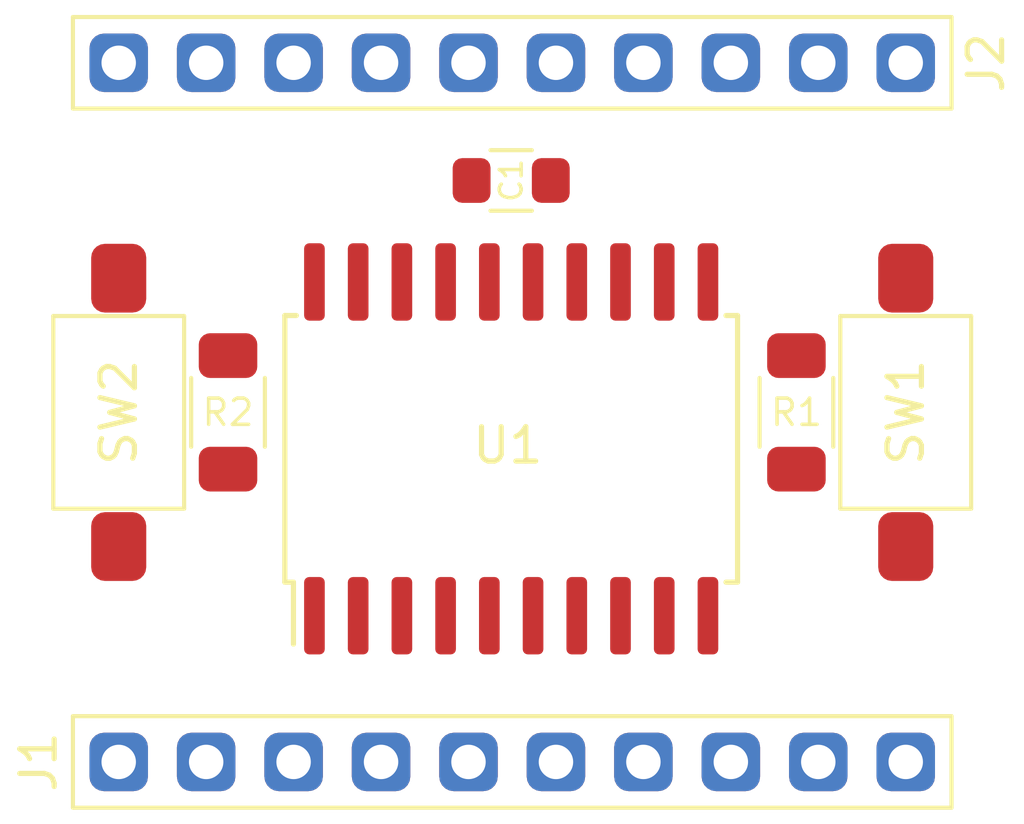
<source format=kicad_pcb>
(kicad_pcb (version 20171130) (host pcbnew "(5.0.1-3-g963ef8bb5)")

  (general
    (thickness 1.6)
    (drawings 0)
    (tracks 0)
    (zones 0)
    (modules 8)
    (nets 21)
  )

  (page USLetter)
  (layers
    (0 F.Cu mixed)
    (31 B.Cu mixed)
    (34 B.Paste user)
    (35 F.Paste user)
    (36 B.SilkS user)
    (37 F.SilkS user)
    (38 B.Mask user)
    (39 F.Mask user)
    (40 Dwgs.User user)
    (41 Cmts.User user)
    (44 Edge.Cuts user)
    (45 Margin user)
    (46 B.CrtYd user hide)
    (47 F.CrtYd user hide)
  )

  (setup
    (last_trace_width 0.2032)
    (user_trace_width 0.3048)
    (user_trace_width 0.508)
    (user_trace_width 0.8128)
    (trace_clearance 0.2032)
    (zone_clearance 0.508)
    (zone_45_only no)
    (trace_min 0.1778)
    (segment_width 0.2)
    (edge_width 0.15)
    (via_size 0.6096)
    (via_drill 0.3048)
    (via_min_size 0.6096)
    (via_min_drill 0.3048)
    (user_via 0.762 0.4064)
    (user_via 0.9144 0.508)
    (uvia_size 0.3)
    (uvia_drill 0.1)
    (uvias_allowed no)
    (uvia_min_size 0.2)
    (uvia_min_drill 0.1)
    (pcb_text_width 0.3)
    (pcb_text_size 1.5 1.5)
    (mod_edge_width 0.15)
    (mod_text_size 1 1)
    (mod_text_width 0.15)
    (pad_size 1.524 1.524)
    (pad_drill 0.762)
    (pad_to_mask_clearance 0.051)
    (solder_mask_min_width 0.25)
    (aux_axis_origin 0 0)
    (visible_elements FFFFFF7F)
    (pcbplotparams
      (layerselection 0x010fc_ffffffff)
      (usegerberextensions false)
      (usegerberattributes false)
      (usegerberadvancedattributes false)
      (creategerberjobfile false)
      (excludeedgelayer true)
      (linewidth 0.076200)
      (plotframeref false)
      (viasonmask false)
      (mode 1)
      (useauxorigin false)
      (hpglpennumber 1)
      (hpglpenspeed 20)
      (hpglpendiameter 15.000000)
      (psnegative false)
      (psa4output false)
      (plotreference true)
      (plotvalue true)
      (plotinvisibletext false)
      (padsonsilk false)
      (subtractmaskfromsilk false)
      (outputformat 1)
      (mirror false)
      (drillshape 1)
      (scaleselection 1)
      (outputdirectory ""))
  )

  (net 0 "")
  (net 1 GND)
  (net 2 VDD)
  (net 3 PIO_16)
  (net 4 PIO_10)
  (net 5 PIO_11)
  (net 6 PIO_2)
  (net 7 PIO_3)
  (net 8 PIO_4.TX)
  (net 9 PIO_5.NRST)
  (net 10 PIO_12.ISP)
  (net 11 PIO_13)
  (net 12 PIO_17)
  (net 13 PIO_15)
  (net 14 PIO_1)
  (net 15 PIO_9)
  (net 16 PIO_8)
  (net 17 PIO_7)
  (net 18 PIO_6)
  (net 19 PIO_0.RX)
  (net 20 PIO_14)

  (net_class Default "This is the default net class."
    (clearance 0.2032)
    (trace_width 0.2032)
    (via_dia 0.6096)
    (via_drill 0.3048)
    (uvia_dia 0.3)
    (uvia_drill 0.1)
    (diff_pair_gap 0.1524)
    (diff_pair_width 0.2032)
    (add_net GND)
    (add_net PIO_0.RX)
    (add_net PIO_1)
    (add_net PIO_10)
    (add_net PIO_11)
    (add_net PIO_12.ISP)
    (add_net PIO_13)
    (add_net PIO_14)
    (add_net PIO_15)
    (add_net PIO_16)
    (add_net PIO_17)
    (add_net PIO_2)
    (add_net PIO_3)
    (add_net PIO_4.TX)
    (add_net PIO_5.NRST)
    (add_net PIO_6)
    (add_net PIO_7)
    (add_net PIO_8)
    (add_net PIO_9)
    (add_net VDD)
  )

  (module local_footprints:0805_HS (layer F.Cu) (tedit 5C0C83D5) (tstamp 5C874F63)
    (at 138.4 97.4 180)
    (descr "Resistor SMD 0805, reflow soldering, Vishay (see dcrcw.pdf)")
    (tags "resistor 0805")
    (path /5C8618E5)
    (attr smd)
    (fp_text reference C1 (at 0 0 270) (layer F.SilkS)
      (effects (font (size 0.635 0.635) (thickness 0.1016)))
    )
    (fp_text value 0.1uF (at 0 1.75 180) (layer F.Fab) hide
      (effects (font (size 1 1) (thickness 0.15)))
    )
    (fp_line (start 1.55 0.9) (end -1.55 0.9) (layer F.CrtYd) (width 0.05))
    (fp_line (start 1.55 0.9) (end 1.55 -0.9) (layer F.CrtYd) (width 0.05))
    (fp_line (start -1.55 -0.9) (end -1.55 0.9) (layer F.CrtYd) (width 0.05))
    (fp_line (start -1.55 -0.9) (end 1.55 -0.9) (layer F.CrtYd) (width 0.05))
    (fp_line (start -0.6 -0.88) (end 0.6 -0.88) (layer F.SilkS) (width 0.12))
    (fp_line (start 0.6 0.88) (end -0.6 0.88) (layer F.SilkS) (width 0.12))
    (fp_line (start -1 -0.62) (end 1 -0.62) (layer F.Fab) (width 0.1))
    (fp_line (start 1 -0.62) (end 1 0.62) (layer F.Fab) (width 0.1))
    (fp_line (start 1 0.62) (end -1 0.62) (layer F.Fab) (width 0.1))
    (fp_line (start -1 0.62) (end -1 -0.62) (layer F.Fab) (width 0.1))
    (fp_text user %R (at 0 0 180) (layer F.Fab)
      (effects (font (size 0.5 0.5) (thickness 0.075)))
    )
    (pad 2 smd roundrect (at 1.15 0 180) (size 1.1 1.3) (layers F.Cu F.Paste F.Mask) (roundrect_rratio 0.25)
      (net 1 GND))
    (pad 1 smd roundrect (at -1.15 0 180) (size 1.1 1.3) (layers F.Cu F.Paste F.Mask) (roundrect_rratio 0.25)
      (net 2 VDD))
    (model ${KISYS3DMOD}/Resistors_SMD.3dshapes/R_0805.wrl
      (at (xyz 0 0 0))
      (scale (xyz 1 1 1))
      (rotate (xyz 0 0 0))
    )
  )

  (module local_footprints:Pin_Header_Straight_1x10_Pitch2.54mm (layer F.Cu) (tedit 5C8746B0) (tstamp 5C87544F)
    (at 127 114.3 90)
    (descr "Through hole straight pin header, 1x10, 2.54mm pitch, single row")
    (tags "Through hole pin header THT 1x10 2.54mm single row")
    (path /5C860437)
    (fp_text reference J1 (at 0 -2.33 90) (layer F.SilkS)
      (effects (font (size 1 1) (thickness 0.15)))
    )
    (fp_text value Conn_01x10 (at 0 25.19 90) (layer F.Fab)
      (effects (font (size 1 1) (thickness 0.15)))
    )
    (fp_text user %R (at 0 11.43 180) (layer F.Fab)
      (effects (font (size 1 1) (thickness 0.15)))
    )
    (fp_line (start 1.8 -1.8) (end -1.8 -1.8) (layer F.CrtYd) (width 0.05))
    (fp_line (start 1.8 24.65) (end 1.8 -1.8) (layer F.CrtYd) (width 0.05))
    (fp_line (start -1.8 24.65) (end 1.8 24.65) (layer F.CrtYd) (width 0.05))
    (fp_line (start -1.8 -1.8) (end -1.8 24.65) (layer F.CrtYd) (width 0.05))
    (fp_line (start -1.33 -1.33) (end 1.33 -1.33) (layer F.SilkS) (width 0.12))
    (fp_line (start 1.33 -1.33) (end 1.33 24.19) (layer F.SilkS) (width 0.12))
    (fp_line (start -1.33 -1.33) (end -1.33 24.19) (layer F.SilkS) (width 0.12))
    (fp_line (start -1.33 24.19) (end 1.33 24.19) (layer F.SilkS) (width 0.12))
    (fp_line (start -1.27 -0.635) (end -0.635 -1.27) (layer F.Fab) (width 0.1))
    (fp_line (start -1.27 24.13) (end -1.27 -0.635) (layer F.Fab) (width 0.1))
    (fp_line (start 1.27 24.13) (end -1.27 24.13) (layer F.Fab) (width 0.1))
    (fp_line (start 1.27 -1.27) (end 1.27 24.13) (layer F.Fab) (width 0.1))
    (fp_line (start -0.635 -1.27) (end 1.27 -1.27) (layer F.Fab) (width 0.1))
    (pad 10 thru_hole roundrect (at 0 22.86 90) (size 1.7 1.7) (drill 1) (layers *.Cu *.Mask) (roundrect_rratio 0.25)
      (net 3 PIO_16))
    (pad 9 thru_hole roundrect (at 0 20.32 90) (size 1.7 1.7) (drill 1) (layers *.Cu *.Mask) (roundrect_rratio 0.25)
      (net 4 PIO_10))
    (pad 8 thru_hole roundrect (at 0 17.78 90) (size 1.7 1.7) (drill 1) (layers *.Cu *.Mask) (roundrect_rratio 0.25)
      (net 5 PIO_11))
    (pad 7 thru_hole roundrect (at 0 15.24 90) (size 1.7 1.7) (drill 1) (layers *.Cu *.Mask) (roundrect_rratio 0.25)
      (net 6 PIO_2))
    (pad 6 thru_hole roundrect (at 0 12.7 90) (size 1.7 1.7) (drill 1) (layers *.Cu *.Mask) (roundrect_rratio 0.25)
      (net 7 PIO_3))
    (pad 5 thru_hole roundrect (at 0 10.16 90) (size 1.7 1.7) (drill 1) (layers *.Cu *.Mask) (roundrect_rratio 0.25)
      (net 8 PIO_4.TX))
    (pad 4 thru_hole roundrect (at 0 7.62 90) (size 1.7 1.7) (drill 1) (layers *.Cu *.Mask) (roundrect_rratio 0.25)
      (net 9 PIO_5.NRST))
    (pad 3 thru_hole roundrect (at 0 5.08 90) (size 1.7 1.7) (drill 1) (layers *.Cu *.Mask) (roundrect_rratio 0.25)
      (net 10 PIO_12.ISP))
    (pad 2 thru_hole roundrect (at 0 2.54 90) (size 1.7 1.7) (drill 1) (layers *.Cu *.Mask) (roundrect_rratio 0.25)
      (net 11 PIO_13))
    (pad 1 thru_hole roundrect (at 0 0 90) (size 1.7 1.7) (drill 1) (layers *.Cu *.Mask) (roundrect_rratio 0.25)
      (net 12 PIO_17))
    (model ${KISYS3DMOD}/Pin_Headers.3dshapes/Pin_Header_Straight_1x10_Pitch2.54mm.wrl
      (at (xyz 0 0 0))
      (scale (xyz 1 1 1))
      (rotate (xyz 0 0 0))
    )
  )

  (module local_footprints:Pin_Header_Straight_1x10_Pitch2.54mm (layer F.Cu) (tedit 5C8746B0) (tstamp 5C874F9B)
    (at 149.86 93.98 270)
    (descr "Through hole straight pin header, 1x10, 2.54mm pitch, single row")
    (tags "Through hole pin header THT 1x10 2.54mm single row")
    (path /5C860504)
    (fp_text reference J2 (at 0 -2.33 270) (layer F.SilkS)
      (effects (font (size 1 1) (thickness 0.15)))
    )
    (fp_text value Conn_01x10 (at 0 25.19 270) (layer F.Fab)
      (effects (font (size 1 1) (thickness 0.15)))
    )
    (fp_line (start -0.635 -1.27) (end 1.27 -1.27) (layer F.Fab) (width 0.1))
    (fp_line (start 1.27 -1.27) (end 1.27 24.13) (layer F.Fab) (width 0.1))
    (fp_line (start 1.27 24.13) (end -1.27 24.13) (layer F.Fab) (width 0.1))
    (fp_line (start -1.27 24.13) (end -1.27 -0.635) (layer F.Fab) (width 0.1))
    (fp_line (start -1.27 -0.635) (end -0.635 -1.27) (layer F.Fab) (width 0.1))
    (fp_line (start -1.33 24.19) (end 1.33 24.19) (layer F.SilkS) (width 0.12))
    (fp_line (start -1.33 -1.33) (end -1.33 24.19) (layer F.SilkS) (width 0.12))
    (fp_line (start 1.33 -1.33) (end 1.33 24.19) (layer F.SilkS) (width 0.12))
    (fp_line (start -1.33 -1.33) (end 1.33 -1.33) (layer F.SilkS) (width 0.12))
    (fp_line (start -1.8 -1.8) (end -1.8 24.65) (layer F.CrtYd) (width 0.05))
    (fp_line (start -1.8 24.65) (end 1.8 24.65) (layer F.CrtYd) (width 0.05))
    (fp_line (start 1.8 24.65) (end 1.8 -1.8) (layer F.CrtYd) (width 0.05))
    (fp_line (start 1.8 -1.8) (end -1.8 -1.8) (layer F.CrtYd) (width 0.05))
    (fp_text user %R (at 0 11.43) (layer F.Fab)
      (effects (font (size 1 1) (thickness 0.15)))
    )
    (pad 1 thru_hole roundrect (at 0 0 270) (size 1.7 1.7) (drill 1) (layers *.Cu *.Mask) (roundrect_rratio 0.25)
      (net 13 PIO_15))
    (pad 2 thru_hole roundrect (at 0 2.54 270) (size 1.7 1.7) (drill 1) (layers *.Cu *.Mask) (roundrect_rratio 0.25)
      (net 14 PIO_1))
    (pad 3 thru_hole roundrect (at 0 5.08 270) (size 1.7 1.7) (drill 1) (layers *.Cu *.Mask) (roundrect_rratio 0.25)
      (net 15 PIO_9))
    (pad 4 thru_hole roundrect (at 0 7.62 270) (size 1.7 1.7) (drill 1) (layers *.Cu *.Mask) (roundrect_rratio 0.25)
      (net 16 PIO_8))
    (pad 5 thru_hole roundrect (at 0 10.16 270) (size 1.7 1.7) (drill 1) (layers *.Cu *.Mask) (roundrect_rratio 0.25)
      (net 2 VDD))
    (pad 6 thru_hole roundrect (at 0 12.7 270) (size 1.7 1.7) (drill 1) (layers *.Cu *.Mask) (roundrect_rratio 0.25)
      (net 1 GND))
    (pad 7 thru_hole roundrect (at 0 15.24 270) (size 1.7 1.7) (drill 1) (layers *.Cu *.Mask) (roundrect_rratio 0.25)
      (net 17 PIO_7))
    (pad 8 thru_hole roundrect (at 0 17.78 270) (size 1.7 1.7) (drill 1) (layers *.Cu *.Mask) (roundrect_rratio 0.25)
      (net 18 PIO_6))
    (pad 9 thru_hole roundrect (at 0 20.32 270) (size 1.7 1.7) (drill 1) (layers *.Cu *.Mask) (roundrect_rratio 0.25)
      (net 19 PIO_0.RX))
    (pad 10 thru_hole roundrect (at 0 22.86 270) (size 1.7 1.7) (drill 1) (layers *.Cu *.Mask) (roundrect_rratio 0.25)
      (net 20 PIO_14))
    (model ${KISYS3DMOD}/Pin_Headers.3dshapes/Pin_Header_Straight_1x10_Pitch2.54mm.wrl
      (at (xyz 0 0 0))
      (scale (xyz 1 1 1))
      (rotate (xyz 0 0 0))
    )
  )

  (module local_footprints:1206_HS (layer F.Cu) (tedit 5C0C843B) (tstamp 5C875FC2)
    (at 146.685 104.14 270)
    (descr "Resistor SMD 1206, reflow soldering, Vishay (see dcrcw.pdf)")
    (tags "resistor 1206")
    (path /5C863F82)
    (attr smd)
    (fp_text reference R1 (at 0 0) (layer F.SilkS)
      (effects (font (size 0.762 0.762) (thickness 0.1016)))
    )
    (fp_text value R (at 0 1.95 270) (layer F.Fab) hide
      (effects (font (size 1 1) (thickness 0.15)))
    )
    (fp_text user %R (at 0 0 270) (layer F.Fab)
      (effects (font (size 0.7 0.7) (thickness 0.105)))
    )
    (fp_line (start -1.6 0.8) (end -1.6 -0.8) (layer F.Fab) (width 0.1))
    (fp_line (start 1.6 0.8) (end -1.6 0.8) (layer F.Fab) (width 0.1))
    (fp_line (start 1.6 -0.8) (end 1.6 0.8) (layer F.Fab) (width 0.1))
    (fp_line (start -1.6 -0.8) (end 1.6 -0.8) (layer F.Fab) (width 0.1))
    (fp_line (start 1 1.07) (end -1 1.07) (layer F.SilkS) (width 0.12))
    (fp_line (start -1 -1.07) (end 1 -1.07) (layer F.SilkS) (width 0.12))
    (fp_line (start -2.15 -1.11) (end 2.15 -1.11) (layer F.CrtYd) (width 0.05))
    (fp_line (start -2.15 -1.11) (end -2.15 1.1) (layer F.CrtYd) (width 0.05))
    (fp_line (start 2.15 1.1) (end 2.15 -1.11) (layer F.CrtYd) (width 0.05))
    (fp_line (start 2.15 1.1) (end -2.15 1.1) (layer F.CrtYd) (width 0.05))
    (pad 1 smd roundrect (at -1.65 0 270) (size 1.3 1.7) (layers F.Cu F.Paste F.Mask) (roundrect_rratio 0.25)
      (net 2 VDD))
    (pad 2 smd roundrect (at 1.65 0 270) (size 1.3 1.7) (layers F.Cu F.Paste F.Mask) (roundrect_rratio 0.25)
      (net 9 PIO_5.NRST))
    (model ${KISYS3DMOD}/Resistors_SMD.3dshapes/R_1206.wrl
      (at (xyz 0 0 0))
      (scale (xyz 1 1 1))
      (rotate (xyz 0 0 0))
    )
  )

  (module local_footprints:1206_HS (layer F.Cu) (tedit 5C0C843B) (tstamp 5C874FBD)
    (at 130.175 104.14 90)
    (descr "Resistor SMD 1206, reflow soldering, Vishay (see dcrcw.pdf)")
    (tags "resistor 1206")
    (path /5C862B73)
    (attr smd)
    (fp_text reference R2 (at 0 0 180) (layer F.SilkS)
      (effects (font (size 0.762 0.762) (thickness 0.1016)))
    )
    (fp_text value R (at 0 1.95 90) (layer F.Fab) hide
      (effects (font (size 1 1) (thickness 0.15)))
    )
    (fp_line (start 2.15 1.1) (end -2.15 1.1) (layer F.CrtYd) (width 0.05))
    (fp_line (start 2.15 1.1) (end 2.15 -1.11) (layer F.CrtYd) (width 0.05))
    (fp_line (start -2.15 -1.11) (end -2.15 1.1) (layer F.CrtYd) (width 0.05))
    (fp_line (start -2.15 -1.11) (end 2.15 -1.11) (layer F.CrtYd) (width 0.05))
    (fp_line (start -1 -1.07) (end 1 -1.07) (layer F.SilkS) (width 0.12))
    (fp_line (start 1 1.07) (end -1 1.07) (layer F.SilkS) (width 0.12))
    (fp_line (start -1.6 -0.8) (end 1.6 -0.8) (layer F.Fab) (width 0.1))
    (fp_line (start 1.6 -0.8) (end 1.6 0.8) (layer F.Fab) (width 0.1))
    (fp_line (start 1.6 0.8) (end -1.6 0.8) (layer F.Fab) (width 0.1))
    (fp_line (start -1.6 0.8) (end -1.6 -0.8) (layer F.Fab) (width 0.1))
    (fp_text user %R (at 0 0 90) (layer F.Fab)
      (effects (font (size 0.7 0.7) (thickness 0.105)))
    )
    (pad 2 smd roundrect (at 1.65 0 90) (size 1.3 1.7) (layers F.Cu F.Paste F.Mask) (roundrect_rratio 0.25)
      (net 10 PIO_12.ISP))
    (pad 1 smd roundrect (at -1.65 0 90) (size 1.3 1.7) (layers F.Cu F.Paste F.Mask) (roundrect_rratio 0.25)
      (net 2 VDD))
    (model ${KISYS3DMOD}/Resistors_SMD.3dshapes/R_1206.wrl
      (at (xyz 0 0 0))
      (scale (xyz 1 1 1))
      (rotate (xyz 0 0 0))
    )
  )

  (module local_footprints:SW_SPST_PUSH_6mm_3mm (layer F.Cu) (tedit 5C735BCC) (tstamp 5C875B45)
    (at 149.86 104.14 270)
    (descr http://www.te.com/commerce/DocumentDelivery/DDEController?Action=srchrtrv&DocNm=1437566-3&DocType=Customer+Drawing&DocLang=English)
    (tags "SPST button tactile switch")
    (path /5C86317A)
    (attr smd)
    (fp_text reference SW1 (at 0 0 270) (layer F.SilkS)
      (effects (font (size 1 1) (thickness 0.15)))
    )
    (fp_text value RESET (at 0 3 270) (layer F.Fab)
      (effects (font (size 1 1) (thickness 0.15)))
    )
    (fp_text user %R (at 0 -2.6 270) (layer F.Fab)
      (effects (font (size 1 1) (thickness 0.15)))
    )
    (fp_line (start -1.75 -1) (end 1.75 -1) (layer F.Fab) (width 0.1))
    (fp_line (start 1.75 -1) (end 1.75 1) (layer F.Fab) (width 0.1))
    (fp_line (start 1.75 1) (end -1.75 1) (layer F.Fab) (width 0.1))
    (fp_line (start -1.75 1) (end -1.75 -1) (layer F.Fab) (width 0.1))
    (fp_line (start -2.8 -1.9) (end 2.8 -1.9) (layer F.SilkS) (width 0.12))
    (fp_line (start 2.8 -1.9) (end 2.8 1.9) (layer F.SilkS) (width 0.12))
    (fp_line (start 2.8 1.9) (end -2.8 1.9) (layer F.SilkS) (width 0.12))
    (fp_line (start -2.8 1.9) (end -2.8 -1.9) (layer F.SilkS) (width 0.12))
    (fp_line (start -1.5 0.8) (end 1.5 0.8) (layer F.Fab) (width 0.1))
    (fp_line (start -1.5 -0.8) (end 1.5 -0.8) (layer F.Fab) (width 0.1))
    (fp_line (start 1.5 -0.8) (end 1.5 0.8) (layer F.Fab) (width 0.1))
    (fp_line (start -1.5 -0.8) (end -1.5 0.8) (layer F.Fab) (width 0.1))
    (fp_line (start -5 2) (end 5 2) (layer F.CrtYd) (width 0.05))
    (fp_line (start 5 -2) (end 5 2) (layer F.CrtYd) (width 0.05))
    (fp_line (start -3 1.9) (end 3 1.9) (layer F.Fab) (width 0.1))
    (fp_line (start -3 -1.9) (end 3 -1.9) (layer F.Fab) (width 0.1))
    (fp_line (start -3 -1.9) (end -3 1.9) (layer F.Fab) (width 0.1))
    (fp_line (start 3 -1.9) (end 3 1.9) (layer F.Fab) (width 0.1))
    (fp_line (start -5 -2) (end -5 2) (layer F.CrtYd) (width 0.05))
    (fp_line (start -5 -2) (end 5 -2) (layer F.CrtYd) (width 0.05))
    (pad 1 smd roundrect (at -3.9 0 270) (size 2 1.6) (layers F.Cu F.Paste F.Mask) (roundrect_rratio 0.25)
      (net 1 GND))
    (pad 2 smd roundrect (at 3.9 0 270) (size 2 1.6) (layers F.Cu F.Paste F.Mask) (roundrect_rratio 0.25)
      (net 9 PIO_5.NRST))
    (model ${KISYS3DMOD}/Buttons_Switches_SMD.3dshapes/SW_SPST_FSMSM.wrl
      (at (xyz 0 0 0))
      (scale (xyz 1 1 1))
      (rotate (xyz 0 0 0))
    )
  )

  (module local_footprints:SW_SPST_PUSH_6mm_3mm (layer F.Cu) (tedit 5C735BCC) (tstamp 5C875DA5)
    (at 127 104.14 90)
    (descr http://www.te.com/commerce/DocumentDelivery/DDEController?Action=srchrtrv&DocNm=1437566-3&DocType=Customer+Drawing&DocLang=English)
    (tags "SPST button tactile switch")
    (path /5C862E16)
    (attr smd)
    (fp_text reference SW2 (at 0 0 90) (layer F.SilkS)
      (effects (font (size 1 1) (thickness 0.15)))
    )
    (fp_text value ISP (at 0 3 90) (layer F.Fab)
      (effects (font (size 1 1) (thickness 0.15)))
    )
    (fp_line (start -5 -2) (end 5 -2) (layer F.CrtYd) (width 0.05))
    (fp_line (start -5 -2) (end -5 2) (layer F.CrtYd) (width 0.05))
    (fp_line (start 3 -1.9) (end 3 1.9) (layer F.Fab) (width 0.1))
    (fp_line (start -3 -1.9) (end -3 1.9) (layer F.Fab) (width 0.1))
    (fp_line (start -3 -1.9) (end 3 -1.9) (layer F.Fab) (width 0.1))
    (fp_line (start -3 1.9) (end 3 1.9) (layer F.Fab) (width 0.1))
    (fp_line (start 5 -2) (end 5 2) (layer F.CrtYd) (width 0.05))
    (fp_line (start -5 2) (end 5 2) (layer F.CrtYd) (width 0.05))
    (fp_line (start -1.5 -0.8) (end -1.5 0.8) (layer F.Fab) (width 0.1))
    (fp_line (start 1.5 -0.8) (end 1.5 0.8) (layer F.Fab) (width 0.1))
    (fp_line (start -1.5 -0.8) (end 1.5 -0.8) (layer F.Fab) (width 0.1))
    (fp_line (start -1.5 0.8) (end 1.5 0.8) (layer F.Fab) (width 0.1))
    (fp_line (start -2.8 1.9) (end -2.8 -1.9) (layer F.SilkS) (width 0.12))
    (fp_line (start 2.8 1.9) (end -2.8 1.9) (layer F.SilkS) (width 0.12))
    (fp_line (start 2.8 -1.9) (end 2.8 1.9) (layer F.SilkS) (width 0.12))
    (fp_line (start -2.8 -1.9) (end 2.8 -1.9) (layer F.SilkS) (width 0.12))
    (fp_line (start -1.75 1) (end -1.75 -1) (layer F.Fab) (width 0.1))
    (fp_line (start 1.75 1) (end -1.75 1) (layer F.Fab) (width 0.1))
    (fp_line (start 1.75 -1) (end 1.75 1) (layer F.Fab) (width 0.1))
    (fp_line (start -1.75 -1) (end 1.75 -1) (layer F.Fab) (width 0.1))
    (fp_text user %R (at 0 -2.6 90) (layer F.Fab)
      (effects (font (size 1 1) (thickness 0.15)))
    )
    (pad 2 smd roundrect (at 3.9 0 90) (size 2 1.6) (layers F.Cu F.Paste F.Mask) (roundrect_rratio 0.25)
      (net 1 GND))
    (pad 1 smd roundrect (at -3.9 0 90) (size 2 1.6) (layers F.Cu F.Paste F.Mask) (roundrect_rratio 0.25)
      (net 10 PIO_12.ISP))
    (model ${KISYS3DMOD}/Buttons_Switches_SMD.3dshapes/SW_SPST_FSMSM.wrl
      (at (xyz 0 0 0))
      (scale (xyz 1 1 1))
      (rotate (xyz 0 0 0))
    )
  )

  (module local_footprints:SOIC-20W_7.5x12.8mm_Pitch1.27mm_HS (layer F.Cu) (tedit 5C85F656) (tstamp 5C875782)
    (at 138.4 105.2 90)
    (descr "20-Lead Plastic Small Outline (SO) - Wide, 7.50 mm Body [SOIC] (see Microchip Packaging Specification 00000049BS.pdf)")
    (tags "SOIC 1.27")
    (path /5C8601AF)
    (attr smd)
    (fp_text reference U1 (at 0.1 -0.1 180) (layer F.SilkS)
      (effects (font (size 1 1) (thickness 0.15)))
    )
    (fp_text value LPC812M101JD20 (at 0 7.5 90) (layer F.Fab)
      (effects (font (size 1 1) (thickness 0.15)))
    )
    (fp_line (start -3.875 -6.325) (end -5.675 -6.325) (layer F.SilkS) (width 0.15))
    (fp_line (start -3.875 6.575) (end 3.875 6.575) (layer F.SilkS) (width 0.15))
    (fp_line (start -3.875 -6.575) (end 3.875 -6.575) (layer F.SilkS) (width 0.15))
    (fp_line (start -3.875 6.575) (end -3.875 6.24) (layer F.SilkS) (width 0.15))
    (fp_line (start 3.875 6.575) (end 3.875 6.24) (layer F.SilkS) (width 0.15))
    (fp_line (start 3.875 -6.575) (end 3.875 -6.24) (layer F.SilkS) (width 0.15))
    (fp_line (start -3.875 -6.575) (end -3.875 -6.325) (layer F.SilkS) (width 0.15))
    (fp_line (start -5.95 6.75) (end 5.95 6.75) (layer F.CrtYd) (width 0.05))
    (fp_line (start -5.95 -6.75) (end 5.95 -6.75) (layer F.CrtYd) (width 0.05))
    (fp_line (start 5.95 -6.75) (end 5.95 6.75) (layer F.CrtYd) (width 0.05))
    (fp_line (start -5.95 -6.75) (end -5.95 6.75) (layer F.CrtYd) (width 0.05))
    (fp_line (start -3.75 -5.4) (end -2.75 -6.4) (layer F.Fab) (width 0.15))
    (fp_line (start -3.75 6.4) (end -3.75 -5.4) (layer F.Fab) (width 0.15))
    (fp_line (start 3.75 6.4) (end -3.75 6.4) (layer F.Fab) (width 0.15))
    (fp_line (start 3.75 -6.4) (end 3.75 6.4) (layer F.Fab) (width 0.15))
    (fp_line (start -2.75 -6.4) (end 3.75 -6.4) (layer F.Fab) (width 0.15))
    (fp_text user %R (at 0 0 90) (layer F.Fab)
      (effects (font (size 1 1) (thickness 0.15)))
    )
    (pad 20 smd roundrect (at 4.85 -5.715 90) (size 2.25 0.6) (layers F.Cu F.Paste F.Mask) (roundrect_rratio 0.25)
      (net 20 PIO_14))
    (pad 19 smd roundrect (at 4.85 -4.445 90) (size 2.25 0.6) (layers F.Cu F.Paste F.Mask) (roundrect_rratio 0.25)
      (net 19 PIO_0.RX))
    (pad 18 smd roundrect (at 4.85 -3.175 90) (size 2.25 0.6) (layers F.Cu F.Paste F.Mask) (roundrect_rratio 0.25)
      (net 18 PIO_6))
    (pad 17 smd roundrect (at 4.85 -1.905 90) (size 2.25 0.6) (layers F.Cu F.Paste F.Mask) (roundrect_rratio 0.25)
      (net 17 PIO_7))
    (pad 16 smd roundrect (at 4.85 -0.635 90) (size 2.25 0.6) (layers F.Cu F.Paste F.Mask) (roundrect_rratio 0.25)
      (net 1 GND))
    (pad 15 smd roundrect (at 4.85 0.635 90) (size 2.25 0.6) (layers F.Cu F.Paste F.Mask) (roundrect_rratio 0.25)
      (net 2 VDD))
    (pad 14 smd roundrect (at 4.85 1.905 90) (size 2.25 0.6) (layers F.Cu F.Paste F.Mask) (roundrect_rratio 0.25)
      (net 16 PIO_8))
    (pad 13 smd roundrect (at 4.85 3.175 90) (size 2.25 0.6) (layers F.Cu F.Paste F.Mask) (roundrect_rratio 0.25)
      (net 15 PIO_9))
    (pad 12 smd roundrect (at 4.85 4.445 90) (size 2.25 0.6) (layers F.Cu F.Paste F.Mask) (roundrect_rratio 0.25)
      (net 14 PIO_1))
    (pad 11 smd roundrect (at 4.85 5.715 90) (size 2.25 0.6) (layers F.Cu F.Paste F.Mask) (roundrect_rratio 0.25)
      (net 13 PIO_15))
    (pad 10 smd roundrect (at -4.85 5.715 90) (size 2.25 0.6) (layers F.Cu F.Paste F.Mask) (roundrect_rratio 0.25)
      (net 3 PIO_16))
    (pad 9 smd roundrect (at -4.85 4.445 90) (size 2.25 0.6) (layers F.Cu F.Paste F.Mask) (roundrect_rratio 0.25)
      (net 4 PIO_10))
    (pad 8 smd roundrect (at -4.85 3.175 90) (size 2.25 0.6) (layers F.Cu F.Paste F.Mask) (roundrect_rratio 0.25)
      (net 5 PIO_11))
    (pad 7 smd roundrect (at -4.85 1.905 90) (size 2.25 0.6) (layers F.Cu F.Paste F.Mask) (roundrect_rratio 0.25)
      (net 6 PIO_2))
    (pad 6 smd roundrect (at -4.85 0.635 90) (size 2.25 0.6) (layers F.Cu F.Paste F.Mask) (roundrect_rratio 0.25)
      (net 7 PIO_3))
    (pad 5 smd roundrect (at -4.85 -0.635 90) (size 2.25 0.6) (layers F.Cu F.Paste F.Mask) (roundrect_rratio 0.25)
      (net 8 PIO_4.TX))
    (pad 4 smd roundrect (at -4.85 -1.905 90) (size 2.25 0.6) (layers F.Cu F.Paste F.Mask) (roundrect_rratio 0.25)
      (net 9 PIO_5.NRST))
    (pad 3 smd roundrect (at -4.85 -3.175 90) (size 2.25 0.6) (layers F.Cu F.Paste F.Mask) (roundrect_rratio 0.25)
      (net 10 PIO_12.ISP))
    (pad 2 smd roundrect (at -4.85 -4.445 90) (size 2.25 0.6) (layers F.Cu F.Paste F.Mask) (roundrect_rratio 0.25)
      (net 11 PIO_13))
    (pad 1 smd roundrect (at -4.85 -5.715 90) (size 2.25 0.6) (layers F.Cu F.Paste F.Mask) (roundrect_rratio 0.25)
      (net 12 PIO_17))
    (model ${KISYS3DMOD}/Housings_SOIC.3dshapes/SOIC-20W_7.5x12.8mm_Pitch1.27mm.wrl
      (at (xyz 0 0 0))
      (scale (xyz 1 1 1))
      (rotate (xyz 0 0 0))
    )
  )

)

</source>
